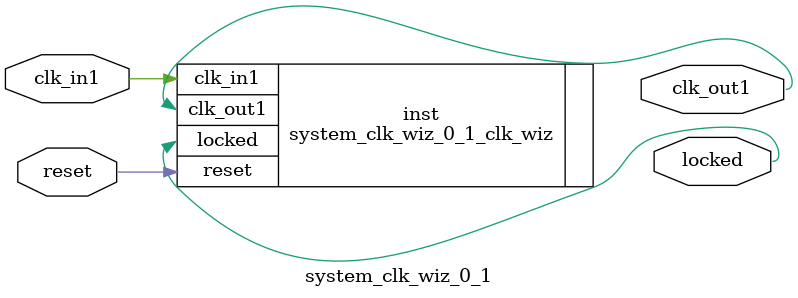
<source format=v>


`timescale 1ps/1ps

(* CORE_GENERATION_INFO = "system_clk_wiz_0_1,clk_wiz_v6_0_8_0_0,{component_name=system_clk_wiz_0_1,use_phase_alignment=true,use_min_o_jitter=false,use_max_i_jitter=false,use_dyn_phase_shift=false,use_inclk_switchover=false,use_dyn_reconfig=false,enable_axi=0,feedback_source=FDBK_AUTO,PRIMITIVE=MMCM,num_out_clk=1,clkin1_period=8.000,clkin2_period=10.000,use_power_down=false,use_reset=true,use_locked=true,use_inclk_stopped=false,feedback_type=SINGLE,CLOCK_MGR_TYPE=NA,manual_override=false}" *)

module system_clk_wiz_0_1 
 (
  // Clock out ports
  output        clk_out1,
  // Status and control signals
  input         reset,
  output        locked,
 // Clock in ports
  input         clk_in1
 );

  system_clk_wiz_0_1_clk_wiz inst
  (
  // Clock out ports  
  .clk_out1(clk_out1),
  // Status and control signals               
  .reset(reset), 
  .locked(locked),
 // Clock in ports
  .clk_in1(clk_in1)
  );

endmodule

</source>
